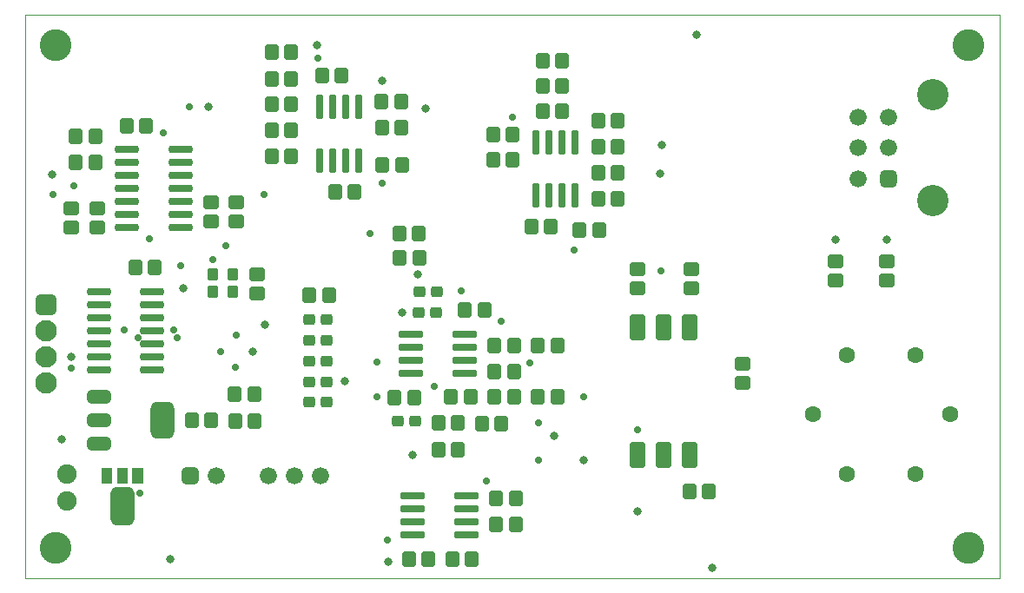
<source format=gts>
G04*
G04 #@! TF.GenerationSoftware,Altium Limited,Altium Designer,24.0.1 (36)*
G04*
G04 Layer_Color=8388736*
%FSLAX44Y44*%
%MOMM*%
G71*
G04*
G04 #@! TF.SameCoordinates,83D3E5EA-02E8-40D7-8CE6-FF436373F7BA*
G04*
G04*
G04 #@! TF.FilePolarity,Negative*
G04*
G01*
G75*
%ADD10C,0.1000*%
%ADD15C,0.8000*%
G04:AMPARAMS|DCode=16|XSize=1.6mm|YSize=1.4mm|CornerRadius=0.375mm|HoleSize=0mm|Usage=FLASHONLY|Rotation=270.000|XOffset=0mm|YOffset=0mm|HoleType=Round|Shape=RoundedRectangle|*
%AMROUNDEDRECTD16*
21,1,1.6000,0.6500,0,0,270.0*
21,1,0.8500,1.4000,0,0,270.0*
1,1,0.7500,-0.3250,-0.4250*
1,1,0.7500,-0.3250,0.4250*
1,1,0.7500,0.3250,0.4250*
1,1,0.7500,0.3250,-0.4250*
%
%ADD16ROUNDEDRECTD16*%
G04:AMPARAMS|DCode=17|XSize=1.1mm|YSize=1.2mm|CornerRadius=0.3mm|HoleSize=0mm|Usage=FLASHONLY|Rotation=0.000|XOffset=0mm|YOffset=0mm|HoleType=Round|Shape=RoundedRectangle|*
%AMROUNDEDRECTD17*
21,1,1.1000,0.6000,0,0,0.0*
21,1,0.5000,1.2000,0,0,0.0*
1,1,0.6000,0.2500,-0.3000*
1,1,0.6000,-0.2500,-0.3000*
1,1,0.6000,-0.2500,0.3000*
1,1,0.6000,0.2500,0.3000*
%
%ADD17ROUNDEDRECTD17*%
G04:AMPARAMS|DCode=18|XSize=1.6mm|YSize=1.4mm|CornerRadius=0.375mm|HoleSize=0mm|Usage=FLASHONLY|Rotation=180.000|XOffset=0mm|YOffset=0mm|HoleType=Round|Shape=RoundedRectangle|*
%AMROUNDEDRECTD18*
21,1,1.6000,0.6500,0,0,180.0*
21,1,0.8500,1.4000,0,0,180.0*
1,1,0.7500,-0.4250,0.3250*
1,1,0.7500,0.4250,0.3250*
1,1,0.7500,0.4250,-0.3250*
1,1,0.7500,-0.4250,-0.3250*
%
%ADD18ROUNDEDRECTD18*%
G04:AMPARAMS|DCode=19|XSize=1.1mm|YSize=1.2mm|CornerRadius=0.3mm|HoleSize=0mm|Usage=FLASHONLY|Rotation=90.000|XOffset=0mm|YOffset=0mm|HoleType=Round|Shape=RoundedRectangle|*
%AMROUNDEDRECTD19*
21,1,1.1000,0.6000,0,0,90.0*
21,1,0.5000,1.2000,0,0,90.0*
1,1,0.6000,0.3000,0.2500*
1,1,0.6000,0.3000,-0.2500*
1,1,0.6000,-0.3000,-0.2500*
1,1,0.6000,-0.3000,0.2500*
%
%ADD19ROUNDEDRECTD19*%
G04:AMPARAMS|DCode=20|XSize=2.6mm|YSize=1.6mm|CornerRadius=0.425mm|HoleSize=0mm|Usage=FLASHONLY|Rotation=90.000|XOffset=0mm|YOffset=0mm|HoleType=Round|Shape=RoundedRectangle|*
%AMROUNDEDRECTD20*
21,1,2.6000,0.7500,0,0,90.0*
21,1,1.7500,1.6000,0,0,90.0*
1,1,0.8500,0.3750,0.8750*
1,1,0.8500,0.3750,-0.8750*
1,1,0.8500,-0.3750,-0.8750*
1,1,0.8500,-0.3750,0.8750*
%
%ADD20ROUNDEDRECTD20*%
G04:AMPARAMS|DCode=21|XSize=0.7mm|YSize=2.3mm|CornerRadius=0.2mm|HoleSize=0mm|Usage=FLASHONLY|Rotation=90.000|XOffset=0mm|YOffset=0mm|HoleType=Round|Shape=RoundedRectangle|*
%AMROUNDEDRECTD21*
21,1,0.7000,1.9000,0,0,90.0*
21,1,0.3000,2.3000,0,0,90.0*
1,1,0.4000,0.9500,0.1500*
1,1,0.4000,0.9500,-0.1500*
1,1,0.4000,-0.9500,-0.1500*
1,1,0.4000,-0.9500,0.1500*
%
%ADD21ROUNDEDRECTD21*%
G04:AMPARAMS|DCode=22|XSize=2.3mm|YSize=3.8mm|CornerRadius=0.6mm|HoleSize=0mm|Usage=FLASHONLY|Rotation=180.000|XOffset=0mm|YOffset=0mm|HoleType=Round|Shape=RoundedRectangle|*
%AMROUNDEDRECTD22*
21,1,2.3000,2.6000,0,0,180.0*
21,1,1.1000,3.8000,0,0,180.0*
1,1,1.2000,-0.5500,1.3000*
1,1,1.2000,0.5500,1.3000*
1,1,1.2000,0.5500,-1.3000*
1,1,1.2000,-0.5500,-1.3000*
%
%ADD22ROUNDEDRECTD22*%
G04:AMPARAMS|DCode=23|XSize=1.3mm|YSize=2.3mm|CornerRadius=0.35mm|HoleSize=0mm|Usage=FLASHONLY|Rotation=90.000|XOffset=0mm|YOffset=0mm|HoleType=Round|Shape=RoundedRectangle|*
%AMROUNDEDRECTD23*
21,1,1.3000,1.6000,0,0,90.0*
21,1,0.6000,2.3000,0,0,90.0*
1,1,0.7000,0.8000,0.3000*
1,1,0.7000,0.8000,-0.3000*
1,1,0.7000,-0.8000,-0.3000*
1,1,0.7000,-0.8000,0.3000*
%
%ADD23ROUNDEDRECTD23*%
G04:AMPARAMS|DCode=24|XSize=3.6mm|YSize=2.3mm|CornerRadius=0.6mm|HoleSize=0mm|Usage=FLASHONLY|Rotation=90.000|XOffset=0mm|YOffset=0mm|HoleType=Round|Shape=RoundedRectangle|*
%AMROUNDEDRECTD24*
21,1,3.6000,1.1000,0,0,90.0*
21,1,2.4000,2.3000,0,0,90.0*
1,1,1.2000,0.5500,1.2000*
1,1,1.2000,0.5500,-1.2000*
1,1,1.2000,-0.5500,-1.2000*
1,1,1.2000,-0.5500,1.2000*
%
%ADD24ROUNDEDRECTD24*%
G04:AMPARAMS|DCode=25|XSize=0.7mm|YSize=2.35mm|CornerRadius=0.2mm|HoleSize=0mm|Usage=FLASHONLY|Rotation=180.000|XOffset=0mm|YOffset=0mm|HoleType=Round|Shape=RoundedRectangle|*
%AMROUNDEDRECTD25*
21,1,0.7000,1.9500,0,0,180.0*
21,1,0.3000,2.3500,0,0,180.0*
1,1,0.4000,-0.1500,0.9750*
1,1,0.4000,0.1500,0.9750*
1,1,0.4000,0.1500,-0.9750*
1,1,0.4000,-0.1500,-0.9750*
%
%ADD25ROUNDEDRECTD25*%
G04:AMPARAMS|DCode=26|XSize=0.7mm|YSize=2.35mm|CornerRadius=0.2mm|HoleSize=0mm|Usage=FLASHONLY|Rotation=90.000|XOffset=0mm|YOffset=0mm|HoleType=Round|Shape=RoundedRectangle|*
%AMROUNDEDRECTD26*
21,1,0.7000,1.9500,0,0,90.0*
21,1,0.3000,2.3500,0,0,90.0*
1,1,0.4000,0.9750,0.1500*
1,1,0.4000,0.9750,-0.1500*
1,1,0.4000,-0.9750,-0.1500*
1,1,0.4000,-0.9750,0.1500*
%
%ADD26ROUNDEDRECTD26*%
%ADD27C,1.6000*%
%ADD28C,3.1000*%
G04:AMPARAMS|DCode=29|XSize=1.6724mm|YSize=1.6724mm|CornerRadius=0.4562mm|HoleSize=0mm|Usage=FLASHONLY|Rotation=270.000|XOffset=0mm|YOffset=0mm|HoleType=Round|Shape=RoundedRectangle|*
%AMROUNDEDRECTD29*
21,1,1.6724,0.7600,0,0,270.0*
21,1,0.7600,1.6724,0,0,270.0*
1,1,0.9124,-0.3800,-0.3800*
1,1,0.9124,-0.3800,0.3800*
1,1,0.9124,0.3800,0.3800*
1,1,0.9124,0.3800,-0.3800*
%
%ADD29ROUNDEDRECTD29*%
%ADD30C,1.6724*%
%ADD31C,3.0624*%
%ADD32C,1.9000*%
G04:AMPARAMS|DCode=33|XSize=2.1mm|YSize=2.1mm|CornerRadius=0.55mm|HoleSize=0mm|Usage=FLASHONLY|Rotation=270.000|XOffset=0mm|YOffset=0mm|HoleType=Round|Shape=RoundedRectangle|*
%AMROUNDEDRECTD33*
21,1,2.1000,1.0000,0,0,270.0*
21,1,1.0000,2.1000,0,0,270.0*
1,1,1.1000,-0.5000,-0.5000*
1,1,1.1000,-0.5000,0.5000*
1,1,1.1000,0.5000,0.5000*
1,1,1.1000,0.5000,-0.5000*
%
%ADD33ROUNDEDRECTD33*%
%ADD34C,2.1000*%
%ADD35C,1.6750*%
G04:AMPARAMS|DCode=36|XSize=1.675mm|YSize=1.675mm|CornerRadius=0.4438mm|HoleSize=0mm|Usage=FLASHONLY|Rotation=0.000|XOffset=0mm|YOffset=0mm|HoleType=Round|Shape=RoundedRectangle|*
%AMROUNDEDRECTD36*
21,1,1.6750,0.7875,0,0,0.0*
21,1,0.7875,1.6750,0,0,0.0*
1,1,0.8875,0.3938,-0.3938*
1,1,0.8875,-0.3938,-0.3938*
1,1,0.8875,-0.3938,0.3938*
1,1,0.8875,0.3938,0.3938*
%
%ADD36ROUNDEDRECTD36*%
%ADD37C,0.7000*%
G36*
X74750Y107750D02*
X85250D01*
Y92000D01*
X74750D01*
Y107750D01*
D02*
G37*
G36*
X89750D02*
X100250D01*
Y92000D01*
X89750D01*
Y107750D01*
D02*
G37*
G36*
X104750D02*
X115250D01*
Y92000D01*
X104750D01*
Y107750D01*
D02*
G37*
D10*
X0Y0D02*
X950000D01*
X0Y550000D02*
X950000D01*
Y0D02*
Y550000D01*
X0Y0D02*
Y550000D01*
D15*
X391000Y458000D02*
D03*
X655000Y530000D02*
D03*
X142000Y19000D02*
D03*
X348000Y485000D02*
D03*
X154000Y283000D02*
D03*
X178500Y460000D02*
D03*
X621000Y423000D02*
D03*
X619000Y395000D02*
D03*
X790000Y330000D02*
D03*
X840000D02*
D03*
X368000Y259000D02*
D03*
X312000Y192000D02*
D03*
X382875Y296750D02*
D03*
X45000Y216000D02*
D03*
X378000Y120000D02*
D03*
X516000Y139000D02*
D03*
X26839Y393839D02*
D03*
X222000Y221000D02*
D03*
X234000Y247000D02*
D03*
X597500Y65000D02*
D03*
X545025Y115025D02*
D03*
X670000Y10000D02*
D03*
X354000Y16000D02*
D03*
X285000Y520000D02*
D03*
X36000Y136000D02*
D03*
D16*
X68750Y431250D02*
D03*
X49750D02*
D03*
X223750Y153750D02*
D03*
X204750D02*
D03*
X181750Y154000D02*
D03*
X162750D02*
D03*
X259500Y513000D02*
D03*
X240500D02*
D03*
X259500Y487250D02*
D03*
X240500D02*
D03*
X347750Y464750D02*
D03*
X366750D02*
D03*
X240500Y437000D02*
D03*
X259500D02*
D03*
X240500Y412000D02*
D03*
X259500D02*
D03*
X504500Y505000D02*
D03*
X523500D02*
D03*
X321500Y377000D02*
D03*
X302500D02*
D03*
X504500Y480000D02*
D03*
X523500D02*
D03*
X504750Y456000D02*
D03*
X523750D02*
D03*
X493500Y343000D02*
D03*
X512500D02*
D03*
X475500Y408000D02*
D03*
X456500D02*
D03*
X500141Y176837D02*
D03*
X519141D02*
D03*
X558905Y369924D02*
D03*
X577905D02*
D03*
X559000Y446000D02*
D03*
X578000D02*
D03*
X464500Y151000D02*
D03*
X445500D02*
D03*
X667000Y85000D02*
D03*
X648000D02*
D03*
X434500Y176750D02*
D03*
X415500D02*
D03*
X499891Y227087D02*
D03*
X518891D02*
D03*
X476641Y176837D02*
D03*
X457641D02*
D03*
X457891Y227087D02*
D03*
X476891D02*
D03*
X457641Y201837D02*
D03*
X476641D02*
D03*
X365500Y312500D02*
D03*
X384500D02*
D03*
X383965Y336035D02*
D03*
X364965D02*
D03*
X478500Y53000D02*
D03*
X459500D02*
D03*
X416500Y19000D02*
D03*
X435500D02*
D03*
X296500Y276000D02*
D03*
X277500D02*
D03*
X68750Y406000D02*
D03*
X49750D02*
D03*
X223711Y179641D02*
D03*
X204711D02*
D03*
X117985Y441494D02*
D03*
X98985D02*
D03*
X289500Y490000D02*
D03*
X308500D02*
D03*
X429027Y261411D02*
D03*
X448027D02*
D03*
X475500Y433000D02*
D03*
X456500D02*
D03*
X459500Y78000D02*
D03*
X478500D02*
D03*
X348500Y403000D02*
D03*
X367500D02*
D03*
X540500Y340000D02*
D03*
X559500D02*
D03*
X379500Y176000D02*
D03*
X360500D02*
D03*
X374500Y19000D02*
D03*
X393500D02*
D03*
X367000Y439750D02*
D03*
X348000D02*
D03*
X240500Y462000D02*
D03*
X259500D02*
D03*
X403000Y151250D02*
D03*
X422000D02*
D03*
X422265Y125645D02*
D03*
X403265D02*
D03*
X577750Y395250D02*
D03*
X558750D02*
D03*
X577750Y420500D02*
D03*
X558750D02*
D03*
X107500Y303000D02*
D03*
X126500D02*
D03*
D17*
X183000Y279500D02*
D03*
Y296500D02*
D03*
X203000Y279500D02*
D03*
Y296500D02*
D03*
D18*
X790000Y290500D02*
D03*
Y309500D02*
D03*
X840000Y290500D02*
D03*
Y309500D02*
D03*
X226000Y277500D02*
D03*
Y296500D02*
D03*
X700000Y190500D02*
D03*
Y209500D02*
D03*
X596749Y282914D02*
D03*
Y301914D02*
D03*
X649893Y282914D02*
D03*
Y301914D02*
D03*
X45250Y342000D02*
D03*
Y361000D02*
D03*
X206400Y347986D02*
D03*
Y366986D02*
D03*
X70500Y342000D02*
D03*
Y361000D02*
D03*
X181250Y348000D02*
D03*
Y367000D02*
D03*
D19*
X380500Y153000D02*
D03*
X363500D02*
D03*
X384000Y259000D02*
D03*
X401000D02*
D03*
X293750Y252750D02*
D03*
X276750D02*
D03*
X401250Y279500D02*
D03*
X384250D02*
D03*
X294000Y191750D02*
D03*
X277000D02*
D03*
X294000Y171750D02*
D03*
X277000D02*
D03*
X294000Y211965D02*
D03*
X277000D02*
D03*
X294000Y232250D02*
D03*
X277000D02*
D03*
D20*
X597100Y245000D02*
D03*
X622500D02*
D03*
X647900D02*
D03*
Y120000D02*
D03*
X622500D02*
D03*
X597100D02*
D03*
D21*
X124000Y203250D02*
D03*
Y215950D02*
D03*
Y228650D02*
D03*
Y241350D02*
D03*
Y254050D02*
D03*
Y266750D02*
D03*
Y279450D02*
D03*
X72000Y203250D02*
D03*
Y215950D02*
D03*
Y228650D02*
D03*
Y241350D02*
D03*
Y254050D02*
D03*
Y266750D02*
D03*
Y279450D02*
D03*
X99750Y418000D02*
D03*
Y405300D02*
D03*
Y392600D02*
D03*
Y379900D02*
D03*
Y367200D02*
D03*
Y354500D02*
D03*
Y341800D02*
D03*
X151750Y418000D02*
D03*
Y405300D02*
D03*
Y392600D02*
D03*
Y379900D02*
D03*
Y367200D02*
D03*
Y354500D02*
D03*
Y341800D02*
D03*
D22*
X95000Y70600D02*
D03*
D23*
X72000Y177000D02*
D03*
Y154000D02*
D03*
Y131000D02*
D03*
D24*
X134000Y154000D02*
D03*
D25*
X287700Y407750D02*
D03*
X300400D02*
D03*
X313100D02*
D03*
X325800D02*
D03*
X287700Y459750D02*
D03*
X300400D02*
D03*
X313100D02*
D03*
X325800D02*
D03*
X498200Y373250D02*
D03*
X510900D02*
D03*
X523600D02*
D03*
X536300D02*
D03*
X498200Y425250D02*
D03*
X510900D02*
D03*
X523600D02*
D03*
X536300D02*
D03*
D26*
X376500Y238050D02*
D03*
Y225350D02*
D03*
Y212650D02*
D03*
Y199950D02*
D03*
X428500Y238050D02*
D03*
Y225350D02*
D03*
Y212650D02*
D03*
Y199950D02*
D03*
X378000Y80300D02*
D03*
Y67600D02*
D03*
Y54900D02*
D03*
Y42200D02*
D03*
X430000Y80300D02*
D03*
Y67600D02*
D03*
Y54900D02*
D03*
Y42200D02*
D03*
D27*
X868500Y101976D02*
D03*
X801500D02*
D03*
X868500Y218024D02*
D03*
X902000Y160000D02*
D03*
X801500Y218024D02*
D03*
X768000Y160000D02*
D03*
D28*
X30000Y520000D02*
D03*
X920000D02*
D03*
Y30000D02*
D03*
X30000D02*
D03*
D29*
X842000Y390000D02*
D03*
D30*
Y420000D02*
D03*
Y450000D02*
D03*
X812000Y390000D02*
D03*
Y420000D02*
D03*
Y450000D02*
D03*
D31*
X885200Y368500D02*
D03*
Y471500D02*
D03*
D32*
X40575Y101753D02*
D03*
Y75753D02*
D03*
D33*
X21000Y266800D02*
D03*
D34*
Y190600D02*
D03*
Y216000D02*
D03*
Y241400D02*
D03*
D35*
X287800Y99780D02*
D03*
X262400D02*
D03*
X237000D02*
D03*
X186200D02*
D03*
D36*
X160800D02*
D03*
D37*
X336570Y336417D02*
D03*
X597500Y145000D02*
D03*
X620000Y300000D02*
D03*
X343000Y177000D02*
D03*
Y211000D02*
D03*
X27000Y374000D02*
D03*
X45000Y205000D02*
D03*
X97000Y242000D02*
D03*
X464142Y250858D02*
D03*
X492057Y209756D02*
D03*
X544837Y176837D02*
D03*
X501000Y115000D02*
D03*
X285620Y506937D02*
D03*
X160000Y460000D02*
D03*
X135000Y434234D02*
D03*
X196000Y324000D02*
D03*
X183000Y310929D02*
D03*
X500688Y151688D02*
D03*
X205000Y205979D02*
D03*
X148383Y234750D02*
D03*
X152000Y305000D02*
D03*
X145000Y242000D02*
D03*
X110173Y235000D02*
D03*
X112000Y83000D02*
D03*
X121000Y331000D02*
D03*
X233397Y374096D02*
D03*
X47667Y382695D02*
D03*
X425000Y280000D02*
D03*
X348000Y385000D02*
D03*
X399000Y187000D02*
D03*
X450000Y95000D02*
D03*
X353000Y37000D02*
D03*
X535000Y320000D02*
D03*
X475000Y450000D02*
D03*
X191000Y221000D02*
D03*
X206000Y237000D02*
D03*
M02*

</source>
